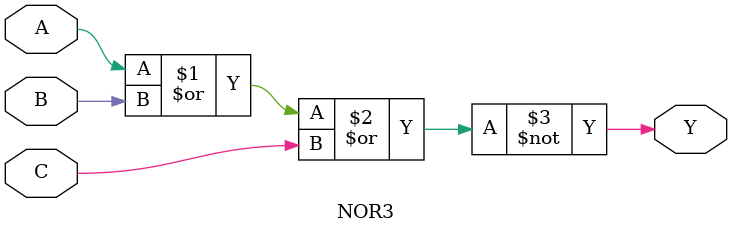
<source format=v>
`timescale 1ns/1ns
module NOT(A, Y);
input A;
output Y;
assign #(5,7) Y = ~A;
endmodule

module NOR(A, B, Y);
input A, B;
output Y;
assign #(10,14) Y = ~(A | B);
endmodule

module NOR3(A, B, C, Y);
input A, B, C;
output Y;
assign #(15,21) Y = ~(A | B | C);
endmodule

</source>
